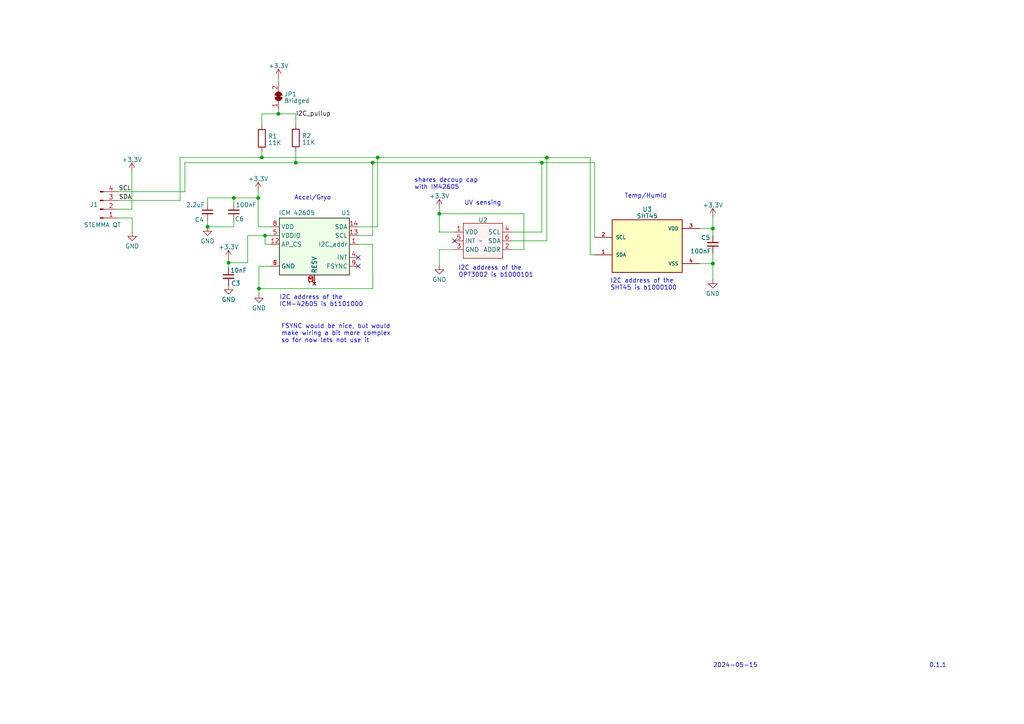
<source format=kicad_sch>
(kicad_sch (version 20231120) (generator "eeschema") (generator_version "8.0")
  (paper "A4")
  (lib_symbols
    (symbol "Connector:Conn_01x04_Pin" (pin_names (offset 1.016) hide)
      (property "Reference" "J" (at 0 5.08 0))
      (property "Value" "Conn_01x04_Pin" (at 0 -7.62 0))
      (symbol "Conn_01x04_Pin_1_1"
        (polyline (pts (xy 1.27 -5.08) (xy 0.8636 -5.08)) (stroke (width 0.1524)))
        (polyline (pts (xy 1.27 -2.54) (xy 0.8636 -2.54)) (stroke (width 0.1524)))
        (polyline (pts (xy 1.27 0) (xy 0.8636 0)) (stroke (width 0.1524)))
        (polyline (pts (xy 1.27 2.54) (xy 0.8636 2.54)) (stroke (width 0.1524)))
        (rectangle (start 0.8636 -4.953) (end 0 -5.207) (stroke (width 0.1524)) (fill (type outline)))
        (rectangle (start 0.8636 -2.413) (end 0 -2.667) (stroke (width 0.1524)) (fill (type outline)))
        (rectangle (start 0.8636 0.127) (end 0 -0.127) (stroke (width 0.1524)) (fill (type outline)))
        (rectangle (start 0.8636 2.667) (end 0 2.413) (stroke (width 0.1524)) (fill (type outline)))
        (pin passive line (at 5.08 2.54 180) (length 3.81) (name "Pin_1") (number "1"))
        (pin passive line (at 5.08 0 180) (length 3.81) (name "Pin_2") (number "2"))
        (pin passive line (at 5.08 -2.54 180) (length 3.81) (name "Pin_3") (number "3"))
        (pin passive line (at 5.08 -5.08 180) (length 3.81) (name "Pin_4") (number "4"))
      )
    )
    (symbol "Device:C_Small" (pin_numbers hide) (pin_names (offset 0.254) hide)
      (property "Reference" "C" (at 0.254 1.778 0))
      (property "Value" "C_Small" (at 0.254 -2.032 0))
      (symbol "C_Small_0_1"
        (polyline (pts (xy -1.524 -0.508) (xy 1.524 -0.508)) (stroke (width 0.3302)))
        (polyline (pts (xy -1.524 0.508) (xy 1.524 0.508)) (stroke (width 0.3048)))
      )
      (symbol "C_Small_1_1"
        (pin passive line (at 0 2.54 270) (length 2.032) (name "~") (number "1"))
        (pin passive line (at 0 -2.54 90) (length 2.032) (name "~") (number "2"))
      )
    )
    (symbol "Device:R" (pin_numbers hide) (pin_names (offset 0))
      (property "Reference" "R" (at 2.032 0 90))
      (property "Value" "R" (at 0 0 90))
      (symbol "R_0_1"
        (rectangle (start -1.016 -2.54) (end 1.016 2.54) (stroke (width 0.254)))
      )
      (symbol "R_1_1"
        (pin passive line (at 0 3.81 270) (length 1.27) (name "~") (number "1"))
        (pin passive line (at 0 -3.81 90) (length 1.27) (name "~") (number "2"))
      )
    )
    (symbol "Jumper:SolderJumper_2_Bridged" (pin_names (offset 0) hide)
      (property "Reference" "JP" (at 0 2.032 0))
      (property "Value" "SolderJumper_2_Bridged" (at 0 -2.54 0))
      (symbol "SolderJumper_2_Bridged_0_1"
        (rectangle (start -0.508 0.508) (end 0.508 -0.508) (fill (type outline)))
        (arc (start -0.254 1.016) (mid -1.2656 0) (end -0.254 -1.016))
        (arc (start -0.254 1.016) (mid -1.2656 0) (end -0.254 -1.016) (fill (type outline)))
        (polyline (pts (xy -0.254 1.016) (xy -0.254 -1.016)))
        (polyline (pts (xy 0.254 1.016) (xy 0.254 -1.016)))
        (arc (start 0.254 -1.016) (mid 1.2656 0) (end 0.254 1.016))
        (arc (start 0.254 -1.016) (mid 1.2656 0) (end 0.254 1.016) (fill (type outline)))
      )
      (symbol "SolderJumper_2_Bridged_1_1"
        (pin passive line (at -3.81 0 0) (length 2.54) (name "A") (number "1"))
        (pin passive line (at 3.81 0 180) (length 2.54) (name "B") (number "2"))
      )
    )
    (symbol "Medjed-stage-sensor:ICM-42605"
      (property "Reference" "U" (at -1.27 8.89 0))
      (symbol "ICM-42605_1_1"
        (rectangle (start -7.62 7.62) (end 12.7 -8.89) (stroke (width 0.18) (color 0 0 0 1)) (fill (type color) (color 213 255 198 0.42)))
        (pin input line (at 15.24 0 180) (length 2.54) (name "I2C_addr") (number "1"))
        (pin no_connect line (at 2.54 -11.43 90) (length 2.54) (name "RESV") (number "10"))
        (pin no_connect line (at 2.54 -11.43 90) (length 2.54) (name "RESV") (number "11"))
        (pin input line (at -10.16 0 0) (length 2.54) (name "AP_CS") (number "12"))
        (pin input line (at 15.24 2.54 180) (length 2.54) (name "SCL") (number "13"))
        (pin input line (at 15.24 5.08 180) (length 2.54) (name "SDA") (number "14"))
        (pin no_connect line (at 2.54 -11.43 90) (length 2.54) (name "RESV") (number "2"))
        (pin no_connect line (at 2.54 -11.43 90) (length 2.54) (name "RESV") (number "3"))
        (pin input line (at 15.24 -3.81 180) (length 2.54) (name "INT") (number "4"))
        (pin input line (at -10.16 2.54 0) (length 2.54) (name "VDDIO") (number "5"))
        (pin input line (at -10.16 -6.35 0) (length 2.54) (name "GND") (number "6"))
        (pin input line (at -10.16 -6.35 0) (length 2.54) (name "GND") (number "7"))
        (pin input line (at -10.16 5.08 0) (length 2.54) (name "VDD") (number "8"))
        (pin input line (at 15.24 -6.35 180) (length 2.54) (name "FSYNC") (number "9"))
      )
    )
    (symbol "Medjed-stage-sensor:OPT3002"
      (property "Reference" "U" (at 0 6.35 0))
      (symbol "OPT3002_1_1"
        (rectangle (start -5.08 5.08) (end 6.35 -5.08) (fill (type color) (color 255 139 120 0.1)))
        (pin input line (at -7.62 2.54 0) (length 2.54) (name "VDD") (number "1"))
        (pin input line (at 8.89 -2.54 180) (length 2.54) (name "ADDR") (number "2"))
        (pin input line (at -7.62 -2.54 0) (length 2.54) (name "GND") (number "3"))
        (pin input line (at 8.89 2.54 180) (length 2.54) (name "SCL") (number "4"))
        (pin input line (at -7.62 0 0) (length 2.54) (name "INT") (number "5"))
        (pin input line (at 8.89 0 180) (length 2.54) (name "SDA") (number "6"))
      )
    )
    (symbol "SHT40-AD1B-R3:SHT40-AD1B-R3" (pin_names (offset 1.016))
      (property "Reference" "U" (at -10.16 8.89 0))
      (property "Value" "SHT40-AD1B-R3" (at -10.16 -10.16 0))
      (symbol "SHT40-AD1B-R3_0_0"
        (rectangle (start -10.16 -7.62) (end 10.16 7.62) (stroke (width 0.254)) (fill (type background)))
        (pin bidirectional line (at -15.24 -2.54 0) (length 5.08) (name "SDA") (number "1"))
        (pin input line (at -15.24 2.54 0) (length 5.08) (name "SCL") (number "2"))
        (pin power_in line (at 15.24 5.08 180) (length 5.08) (name "VDD") (number "3"))
        (pin power_in line (at 15.24 -5.08 180) (length 5.08) (name "VSS") (number "4"))
      )
    )
    (symbol "power:+3.3V" (power) (pin_numbers hide) (pin_names (offset 0) hide)
      (property "Value" "+3.3V" (at 0 3.556 0))
      (symbol "+3.3V_0_1"
        (polyline (pts (xy -0.762 1.27) (xy 0 2.54)))
        (polyline (pts (xy 0 0) (xy 0 2.54)))
        (polyline (pts (xy 0 2.54) (xy 0.762 1.27)))
      )
      (symbol "+3.3V_1_1"
        (pin power_in line (at 0 0 90) (length 0) hide (name "+3.3V") (number "1"))
      )
    )
    (symbol "power:GND" (power) (pin_numbers hide) (pin_names (offset 0) hide)
      (property "Value" "GND" (at 0 -3.81 0))
      (symbol "GND_0_1"
        (polyline (pts (xy 0 0) (xy 0 -1.27) (xy 1.27 -1.27) (xy 0 -2.54) (xy -1.27 -1.27) (xy 0 -1.27)))
      )
      (symbol "GND_1_1"
        (pin power_in line (at 0 0 270) (length 0) hide (name "GND") (number "1"))
      )
    )
  )
  (junction (at 157.1527 47.1932))
  (junction (at 80.772 33.02))
  (junction (at 76.8779 68.326))
  (junction (at 127.4318 61.9976))
  (junction (at 108.0799 47.1932))
  (junction (at 109.5248 45.6692))
  (junction (at 66.294 76.2))
  (junction (at 75.946 45.6692))
  (junction (at 74.8792 57.404))
  (junction (at 158.5976 45.72))
  (junction (at 85.7905 47.1932))
  (junction (at 67.818 57.404))
  (junction (at 60.198 65.786))
  (junction (at 75.1078 83.6933))
  (junction (at 206.756 66.294))
  (junction (at 206.756 76.454))
  (no_connect (at 131.826 69.85))
  (no_connect (at 103.886 74.676))
  (no_connect (at 103.886 77.216))
  (wire (pts (xy 75.1078 83.6933) (xy 75.1078 85.1916)))
  (wire (pts (xy 172.466 68.834) (xy 172.466 47.1932)))
  (wire (pts (xy 75.946 43.942) (xy 75.946 45.6692)))
  (wire (pts (xy 108.1024 80.4926) (xy 108.1024 70.866)))
  (wire (pts (xy 171.196 73.914) (xy 171.196 45.72)))
  (wire (pts (xy 108.1278 83.6933) (xy 108.1278 80.4926)))
  (wire (pts (xy 127.4318 67.31) (xy 131.826 67.31)))
  (wire (pts (xy 157.1527 67.31) (xy 148.336 67.31)))
  (wire (pts (xy 85.7905 46.9392) (xy 85.7905 47.1932)))
  (wire (pts (xy 52.2224 45.6692) (xy 52.2224 58.1406)))
  (wire (pts (xy 67.818 64.008) (xy 67.818 65.786)))
  (wire (pts (xy 158.5976 45.6692) (xy 109.5248 45.6692)))
  (wire (pts (xy 151.96 72.39) (xy 151.96 61.9976)))
  (wire (pts (xy 85.7957 33.02) (xy 85.7957 36.2145)))
  (wire (pts (xy 76.8779 70.866) (xy 76.8779 68.326)))
  (wire (pts (xy 53.6194 47.1932) (xy 53.6194 55.6006)))
  (wire (pts (xy 78.486 70.866) (xy 76.8779 70.866)))
  (wire (pts (xy 52.2224 45.6692) (xy 75.946 45.6692)))
  (wire (pts (xy 80.772 33.02) (xy 85.7957 33.02)))
  (wire (pts (xy 109.5248 65.786) (xy 109.5248 45.6692)))
  (wire (pts (xy 34.1122 63.2206) (xy 38.3286 63.2206)))
  (wire (pts (xy 60.198 58.928) (xy 60.198 57.404)))
  (wire (pts (xy 60.198 65.786) (xy 67.818 65.786)))
  (wire (pts (xy 38.3286 63.2206) (xy 38.3286 67.2592)))
  (wire (pts (xy 206.756 66.294) (xy 206.756 68.326)))
  (wire (pts (xy 74.8792 65.786) (xy 78.486 65.786)))
  (wire (pts (xy 74.8792 55.372) (xy 74.8792 57.404)))
  (wire (pts (xy 103.886 68.326) (xy 108.0799 68.326)))
  (wire (pts (xy 127.4318 61.9976) (xy 127.4318 67.31)))
  (wire (pts (xy 75.946 45.6692) (xy 109.5248 45.6692)))
  (wire (pts (xy 108.1278 80.4926) (xy 108.1024 80.4926)))
  (wire (pts (xy 60.198 57.404) (xy 67.818 57.404)))
  (wire (pts (xy 158.5976 45.6692) (xy 158.5976 45.72)))
  (wire (pts (xy 85.7957 46.9392) (xy 85.7957 43.8345)))
  (wire (pts (xy 127.4318 72.39) (xy 131.826 72.39)))
  (wire (pts (xy 67.818 57.404) (xy 67.818 58.928)))
  (wire (pts (xy 71.8302 76.2) (xy 71.8302 68.326)))
  (wire (pts (xy 157.1527 47.1932) (xy 108.0799 47.1932)))
  (wire (pts (xy 103.886 65.786) (xy 109.5248 65.786)))
  (wire (pts (xy 127.4318 72.39) (xy 127.4318 76.9366)))
  (wire (pts (xy 158.5976 45.72) (xy 158.5976 69.85)))
  (wire (pts (xy 148.336 72.39) (xy 151.96 72.39)))
  (wire (pts (xy 75.1078 83.6933) (xy 108.1278 83.6933)))
  (wire (pts (xy 202.946 76.454) (xy 206.756 76.454)))
  (wire (pts (xy 78.486 77.216) (xy 75.1078 77.216)))
  (wire (pts (xy 66.294 76.2) (xy 71.8302 76.2)))
  (wire (pts (xy 66.294 75.1306) (xy 66.294 76.2)))
  (wire (pts (xy 172.466 73.914) (xy 171.196 73.914)))
  (wire (pts (xy 53.6194 47.1932) (xy 85.7905 47.1932)))
  (wire (pts (xy 108.1024 70.866) (xy 103.886 70.866)))
  (wire (pts (xy 85.7905 46.9392) (xy 85.7957 46.9392)))
  (wire (pts (xy 206.756 62.992) (xy 206.756 66.294)))
  (wire (pts (xy 38.2524 49.8094) (xy 38.2524 60.6806)))
  (wire (pts (xy 206.756 76.454) (xy 206.756 73.406)))
  (wire (pts (xy 158.5976 69.85) (xy 148.336 69.85)))
  (wire (pts (xy 85.7905 47.1932) (xy 108.0799 47.1932)))
  (wire (pts (xy 34.1122 55.6006) (xy 53.6194 55.6006)))
  (wire (pts (xy 108.0799 68.326) (xy 108.0799 47.1932)))
  (wire (pts (xy 60.198 64.008) (xy 60.198 65.786)))
  (wire (pts (xy 75.946 33.02) (xy 75.946 36.322)))
  (wire (pts (xy 66.294 76.2) (xy 66.294 77.6706)))
  (wire (pts (xy 127.4318 60.3758) (xy 127.4318 61.9976)))
  (wire (pts (xy 151.96 61.9976) (xy 127.4318 61.9976)))
  (wire (pts (xy 74.8792 57.404) (xy 74.8792 65.786)))
  (wire (pts (xy 80.772 31.75) (xy 80.772 33.02)))
  (wire (pts (xy 75.1078 77.216) (xy 75.1078 83.6933)))
  (wire (pts (xy 157.1527 47.1932) (xy 157.1527 67.31)))
  (wire (pts (xy 206.756 76.454) (xy 206.756 81.026)))
  (wire (pts (xy 76.8779 68.326) (xy 78.486 68.326)))
  (wire (pts (xy 71.8302 68.326) (xy 76.8779 68.326)))
  (wire (pts (xy 172.466 47.1932) (xy 157.1527 47.1932)))
  (wire (pts (xy 171.196 45.72) (xy 158.5976 45.72)))
  (wire (pts (xy 206.756 66.294) (xy 202.946 66.294)))
  (wire (pts (xy 80.772 33.02) (xy 75.946 33.02)))
  (wire (pts (xy 80.772 22.606) (xy 80.772 24.13)))
  (wire (pts (xy 67.818 57.404) (xy 74.8792 57.404)))
  (wire (pts (xy 34.1122 60.6806) (xy 38.2524 60.6806)))
  (wire (pts (xy 34.1122 58.1406) (xy 52.2224 58.1406)))
  (text "I2C address of the\nICM-42605 is b1101000\n" (at 81.0514 89.1032 0) (effects (font (size 1.27 1.27)) (justify left bottom)))
  (text "UV sensing\n" (at 134.62 59.69 0) (effects (font (size 1.27 1.27)) (justify left bottom)))
  (text "2024-05-15\n" (at 206.756 193.802 0) (effects (font (size 1.27 1.27)) (justify left bottom)))
  (text "I2C address of the\nSHT45 is b1000100\n" (at 177.038 84.328 0) (effects (font (size 1.27 1.27)) (justify left bottom)))
  (text "0.1.1\n" (at 269.494 193.802 0) (effects (font (size 1.27 1.27)) (justify left bottom)))
  (text "FSYNC would be nice, but would\nmake wiring a bit more complex\nso for now lets not use it" (at 81.534 99.568 0) (effects (font (size 1.27 1.27)) (justify left bottom)))
  (text "shares decoup cap\nwith IM42605\n" (at 120.142 55.118 0) (effects (font (size 1.27 1.27)) (justify left bottom)))
  (text "I2C address of the\nOPT3002 is b1000101\n" (at 132.9436 80.5942 0) (effects (font (size 1.27 1.27)) (justify left bottom)))
  (text "Temp/Humid" (at 181.102 57.658 0) (effects (font (size 1.27 1.27)) (justify left bottom)))
  (text "Accel/Gryo" (at 85.344 58.166 0) (effects (font (size 1.27 1.27)) (justify left bottom)))
  (label "I2C_pullup" (at 85.7957 33.9663 0))
  (label "SCL" (at 34.3775 55.6006 0))
  (label "SDA" (at 34.4688 58.1406 0))
  (symbol (lib_id "Device:R") (at 75.946 40.132 0) (unit 1)
    (property "Reference" "R1" (at 77.724 39.4883 0) (effects (justify left)))
    (property "Value" "11K" (at 77.724 41.4093 0) (effects (justify left)))
    (property "Footprint" "Resistor_SMD:R_0603_1608Metric" (effects (hide yes)))
    (property "Datasheet" "https://nl.mouser.com/datasheet/2/315/AOA0000C307-1149632.pdf" (effects (hide yes)))
    (property "Mouser" "ERA-6AEB1052V" (effects (hide yes)))
  )
  (symbol (lib_id "Device:R") (at 85.7957 40.0245 0) (unit 1)
    (property "Reference" "R2" (at 87.5737 39.3808 0) (effects (justify left)))
    (property "Value" "11K" (at 87.5737 41.3018 0) (effects (justify left)))
    (property "Footprint" "Resistor_SMD:R_0603_1608Metric" (effects (hide yes)))
    (property "Datasheet" "https://nl.mouser.com/datasheet/2/315/AOA0000C307-1149632.pdf" (effects (hide yes)))
    (property "Mouser" "ERA-6AEB1052V" (effects (hide yes)))
  )
  (symbol (lib_id "power:+3.3V") (at 74.8792 55.372 0) (unit 1)
    (property "Reference" "#PWR03" (effects (hide yes)))
    (property "Value" "+3.3V" (at 74.8792 51.8701 0))
  )
  (symbol (lib_id "power:+3.3V") (at 80.772 22.606 0) (unit 1)
    (property "Reference" "#PWR013" (effects (hide yes)))
    (property "Value" "+3.3V" (at 80.772 19.1041 0))
  )
  (symbol (lib_id "Device:C_Small") (at 206.756 70.866 180) (unit 1)
    (property "Reference" "C5" (at 203.327 68.9102 0) (effects (justify right)))
    (property "Value" "100nF" (at 200.1774 72.8726 0) (effects (justify right)))
    (property "Footprint" "Capacitor_SMD:C_0603_1608Metric" (effects (hide yes)))
    (property "Datasheet" "https://nl.mouser.com/datasheet/2/447/UPY_NP0X5R_01005_4V_to_25V_V10-3003057.pdf" (effects (hide yes)))
    (property "Mouser" "603-C0201JRX5R5BB104" (effects (hide yes)))
  )
  (symbol (lib_id "power:GND") (at 127.4318 76.9366 0) (unit 1)
    (property "Reference" "#PWR05" (effects (hide yes)))
    (property "Value" "GND" (at 127.4318 81.0721 0))
  )
  (symbol (lib_id "SHT40-AD1B-R3:SHT40-AD1B-R3") (at 187.706 71.374 0) (unit 1)
    (property "Reference" "U3" (at 187.706 60.7441 0))
    (property "Value" "SHT45" (at 187.706 62.6651 0))
    (property "Footprint" "Medjed-stage-sensor:SHT4X" (effects (hide yes)))
    (property "Datasheet" "https://sensirion.com/media/documents/33FD6951/64D3B030/Sensirion_Datasheet_SHT4x.pdf" (effects (hide yes)))
    (property "Description" "\nHumidity, Temperature 0 ~ 100% RH I²C ±1.8% RH 4 s Surface Mount\n" (effects (hide yes)))
    (property "Package" "DFN-4 Sensirion" (effects (hide yes)))
    (property "SnapEDA_Link" "https://www.snapeda.com/parts/SHT40-AD1B-R3/NSI/view-part/?ref=snap" (effects (hide yes)))
    (property "Mouser" "403-SHT45-AD1F-R2" (effects (hide yes)))
  )
  (symbol (lib_id "power:+3.3V") (at 38.2524 49.8094 0) (unit 1)
    (property "Reference" "#PWR02" (effects (hide yes)))
    (property "Value" "+3.3V" (at 38.2524 46.3075 0))
  )
  (symbol (lib_id "Medjed-stage-sensor:OPT3002") (at 139.446 69.85 0) (unit 1)
    (property "Reference" "U2" (at 140.081 63.8081 0))
    (property "Value" "~" (at 139.446 69.85 0))
    (property "Footprint" "Medjed-stage-sensor:OPT3002" (effects (hide yes)))
    (property "Datasheet" "https://www.ti.com/lit/ds/symlink/opt3002.pdf?ts=1679308899670&ref_url=https%253A%252F%252Fwww.ti.com%252Fproduct%252FOPT3002" (effects (hide yes)))
    (property "Mouser" "595-OPT3002DNPR" (effects (hide yes)))
  )
  (symbol (lib_id "Medjed-stage-sensor:ICM-42605") (at 88.646 70.866 0) (unit 1)
    (property "Reference" "U1" (at 100.3046 61.722 0))
    (property "Value" "ICM 42605" (at 86.106 61.722 0))
    (property "Footprint" "Medjed-stage-sensor:icm-42605" (effects (hide yes)))
    (property "Datasheet" "https://product.tdk.com/system/files/dam/doc/product/sensor/mortion-inertial/imu/data_sheet/ds-000292-icm-42605-v1.6.pdf" (effects (hide yes)))
    (property "Mouser" "410-ICM-42605" (effects (hide yes)))
  )
  (symbol (lib_id "power:+3.3V") (at 206.756 62.992 0) (unit 1)
    (property "Reference" "#PWR010" (effects (hide yes)))
    (property "Value" "+3.3V" (at 206.756 59.4901 0))
  )
  (symbol (lib_id "power:GND") (at 75.1078 85.1916 0) (unit 1)
    (property "Reference" "#PWR04" (effects (hide yes)))
    (property "Value" "GND" (at 75.1078 89.3271 0))
  )
  (symbol (lib_id "power:GND") (at 38.3286 67.2592 0) (unit 1)
    (property "Reference" "#PWR01" (effects (hide yes)))
    (property "Value" "GND" (at 38.3286 71.3947 0))
  )
  (symbol (lib_id "power:GND") (at 206.756 81.026 0) (unit 1)
    (property "Reference" "#PWR011" (effects (hide yes)))
    (property "Value" "GND" (at 206.756 85.1615 0))
  )
  (symbol (lib_id "Device:C_Small") (at 67.818 61.468 180) (unit 1)
    (property "Reference" "C6" (at 68.072 63.5 0) (effects (justify right)))
    (property "Value" "100nF" (at 68.326 59.436 0) (effects (justify right)))
    (property "Footprint" "Capacitor_SMD:C_0603_1608Metric" (effects (hide yes)))
    (property "Datasheet" "https://nl.mouser.com/datasheet/2/447/UPY_NP0X5R_01005_4V_to_25V_V10-3003057.pdf" (effects (hide yes)))
    (property "Mouser" "603-C0201JRX5R5BB104" (effects (hide yes)))
  )
  (symbol (lib_id "Device:C_Small") (at 66.294 80.2106 0) (unit 1)
    (property "Reference" "C3" (at 69.723 82.1664 0) (effects (justify right)))
    (property "Value" "10nF" (at 71.628 78.4326 0) (effects (justify right)))
    (property "Footprint" "Capacitor_SMD:C_0603_1608Metric" (effects (hide yes)))
    (property "Datasheet" "https://nl.mouser.com/datasheet/2/281/1/GCM188R71H103KA37_01C-3144181.pdf" (effects (hide yes)))
    (property "Mouser" "81-GCM188R71H103KA7J" (effects (hide yes)))
  )
  (symbol (lib_id "power:GND") (at 60.198 65.786 0) (unit 1)
    (property "Reference" "#PWR07" (effects (hide yes)))
    (property "Value" "GND" (at 60.198 69.9215 0))
  )
  (symbol (lib_id "Jumper:SolderJumper_2_Bridged") (at 80.772 27.94 90) (unit 1)
    (property "Reference" "JP1" (at 82.423 27.2963 90) (effects (justify right)))
    (property "Value" "Bridged" (at 82.423 29.2173 90) (effects (justify right)))
    (property "Footprint" "Jumper:SolderJumper-2_P1.3mm_Bridged_RoundedPad1.0x1.5mm" (effects (hide yes)))
  )
  (symbol (lib_id "power:GND") (at 66.294 82.7506 0) (unit 1)
    (property "Reference" "#PWR09" (effects (hide yes)))
    (property "Value" "GND" (at 66.294 86.8861 0))
  )
  (symbol (lib_id "Device:C_Small") (at 60.198 61.468 0) (unit 1)
    (property "Reference" "C4" (at 59.182 63.754 0) (effects (justify right)))
    (property "Value" "2.2uF" (at 59.436 59.436 0) (effects (justify right)))
    (property "Footprint" "Capacitor_SMD:C_0603_1608Metric" (effects (hide yes)))
    (property "Datasheet" "https://nl.mouser.com/datasheet/2/281/1/GRM188R71A225KE15_04A-1985813.pdf" (effects (hide yes)))
    (property "Mouser" "81-GRM188R71A225KE5J" (effects (hide yes)))
  )
  (symbol (lib_id "Connector:Conn_01x04_Pin") (at 29.0322 60.6806 0) (mirror x) (unit 1)
    (property "Reference" "J1" (at 27.2542 59.3344 0))
    (property "Value" "STEMMA QT" (at 29.718 65.2272 0))
    (property "Footprint" "Connector_JST:JST_SH_SM04B-SRSS-TB_1x04-1MP_P1.00mm_Horizontal" (effects (hide yes)))
    (property "Datasheet" "https://www.jst-mfg.com/product/pdf/eng/eSH.pdf" (effects (hide yes)))
    (property "Description" "JST SH connector 4 pin horizontal" (effects (hide yes)))
    (property "Mouser" "306-SM04BSRSSTBLFDNP " (effects (hide yes)))
  )
  (symbol (lib_id "power:+3.3V") (at 66.294 75.1306 0) (unit 1)
    (property "Reference" "#PWR08" (effects (hide yes)))
    (property "Value" "+3.3V" (at 66.294 71.6287 0))
  )
  (symbol (lib_id "power:+3.3V") (at 127.4318 60.3758 0) (unit 1)
    (property "Reference" "#PWR06" (effects (hide yes)))
    (property "Value" "+3.3V" (at 127.4318 56.8739 0))
  )
)
</source>
